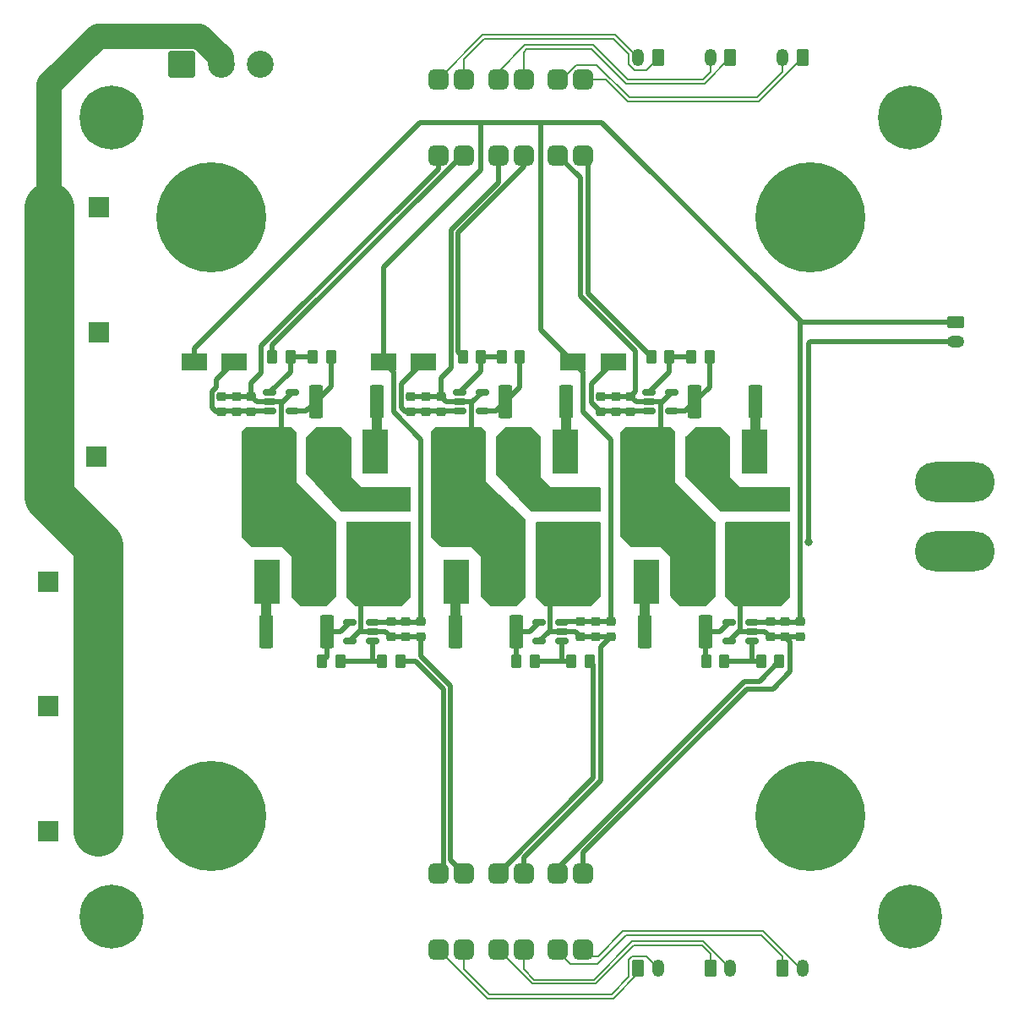
<source format=gbr>
G04 #@! TF.GenerationSoftware,KiCad,Pcbnew,(6.0.10)*
G04 #@! TF.CreationDate,2023-01-16T22:36:06-05:00*
G04 #@! TF.ProjectId,Three-Half-Bridges,54687265-652d-4486-916c-662d42726964,rev?*
G04 #@! TF.SameCoordinates,Original*
G04 #@! TF.FileFunction,Copper,L2,Bot*
G04 #@! TF.FilePolarity,Positive*
%FSLAX46Y46*%
G04 Gerber Fmt 4.6, Leading zero omitted, Abs format (unit mm)*
G04 Created by KiCad (PCBNEW (6.0.10)) date 2023-01-16 22:36:06*
%MOMM*%
%LPD*%
G01*
G04 APERTURE LIST*
G04 Aperture macros list*
%AMRoundRect*
0 Rectangle with rounded corners*
0 $1 Rounding radius*
0 $2 $3 $4 $5 $6 $7 $8 $9 X,Y pos of 4 corners*
0 Add a 4 corners polygon primitive as box body*
4,1,4,$2,$3,$4,$5,$6,$7,$8,$9,$2,$3,0*
0 Add four circle primitives for the rounded corners*
1,1,$1+$1,$2,$3*
1,1,$1+$1,$4,$5*
1,1,$1+$1,$6,$7*
1,1,$1+$1,$8,$9*
0 Add four rect primitives between the rounded corners*
20,1,$1+$1,$2,$3,$4,$5,0*
20,1,$1+$1,$4,$5,$6,$7,0*
20,1,$1+$1,$6,$7,$8,$9,0*
20,1,$1+$1,$8,$9,$2,$3,0*%
G04 Aperture macros list end*
G04 #@! TA.AperFunction,ComponentPad*
%ADD10C,0.800000*%
G04 #@! TD*
G04 #@! TA.AperFunction,ComponentPad*
%ADD11C,6.400000*%
G04 #@! TD*
G04 #@! TA.AperFunction,ComponentPad*
%ADD12R,2.000000X2.000000*%
G04 #@! TD*
G04 #@! TA.AperFunction,ComponentPad*
%ADD13C,2.000000*%
G04 #@! TD*
G04 #@! TA.AperFunction,ComponentPad*
%ADD14RoundRect,0.250000X-0.625000X0.350000X-0.625000X-0.350000X0.625000X-0.350000X0.625000X0.350000X0*%
G04 #@! TD*
G04 #@! TA.AperFunction,ComponentPad*
%ADD15O,1.750000X1.200000*%
G04 #@! TD*
G04 #@! TA.AperFunction,ComponentPad*
%ADD16RoundRect,0.250000X0.350000X0.625000X-0.350000X0.625000X-0.350000X-0.625000X0.350000X-0.625000X0*%
G04 #@! TD*
G04 #@! TA.AperFunction,ComponentPad*
%ADD17O,1.200000X1.750000*%
G04 #@! TD*
G04 #@! TA.AperFunction,ComponentPad*
%ADD18RoundRect,0.250000X-0.350000X-0.625000X0.350000X-0.625000X0.350000X0.625000X-0.350000X0.625000X0*%
G04 #@! TD*
G04 #@! TA.AperFunction,ComponentPad*
%ADD19RoundRect,0.250001X-1.099999X-1.099999X1.099999X-1.099999X1.099999X1.099999X-1.099999X1.099999X0*%
G04 #@! TD*
G04 #@! TA.AperFunction,ComponentPad*
%ADD20C,2.700000*%
G04 #@! TD*
G04 #@! TA.AperFunction,ComponentPad*
%ADD21R,2.500000X4.500000*%
G04 #@! TD*
G04 #@! TA.AperFunction,ComponentPad*
%ADD22O,2.500000X4.500000*%
G04 #@! TD*
G04 #@! TA.AperFunction,ComponentPad*
%ADD23C,0.900000*%
G04 #@! TD*
G04 #@! TA.AperFunction,ComponentPad*
%ADD24C,11.000000*%
G04 #@! TD*
G04 #@! TA.AperFunction,SMDPad,CuDef*
%ADD25RoundRect,0.250000X0.262500X0.450000X-0.262500X0.450000X-0.262500X-0.450000X0.262500X-0.450000X0*%
G04 #@! TD*
G04 #@! TA.AperFunction,SMDPad,CuDef*
%ADD26RoundRect,0.150000X-0.512500X-0.150000X0.512500X-0.150000X0.512500X0.150000X-0.512500X0.150000X0*%
G04 #@! TD*
G04 #@! TA.AperFunction,SMDPad,CuDef*
%ADD27RoundRect,0.250000X-0.262500X-0.450000X0.262500X-0.450000X0.262500X0.450000X-0.262500X0.450000X0*%
G04 #@! TD*
G04 #@! TA.AperFunction,SMDPad,CuDef*
%ADD28RoundRect,0.225000X0.250000X-0.225000X0.250000X0.225000X-0.250000X0.225000X-0.250000X-0.225000X0*%
G04 #@! TD*
G04 #@! TA.AperFunction,ComponentPad*
%ADD29O,8.000000X4.000000*%
G04 #@! TD*
G04 #@! TA.AperFunction,SMDPad,CuDef*
%ADD30RoundRect,0.500000X-0.500000X0.500000X-0.500000X-0.500000X0.500000X-0.500000X0.500000X0.500000X0*%
G04 #@! TD*
G04 #@! TA.AperFunction,SMDPad,CuDef*
%ADD31RoundRect,0.225000X-0.250000X0.225000X-0.250000X-0.225000X0.250000X-0.225000X0.250000X0.225000X0*%
G04 #@! TD*
G04 #@! TA.AperFunction,SMDPad,CuDef*
%ADD32RoundRect,0.150000X0.512500X0.150000X-0.512500X0.150000X-0.512500X-0.150000X0.512500X-0.150000X0*%
G04 #@! TD*
G04 #@! TA.AperFunction,SMDPad,CuDef*
%ADD33R,2.500000X1.800000*%
G04 #@! TD*
G04 #@! TA.AperFunction,SMDPad,CuDef*
%ADD34RoundRect,0.500000X0.500000X-0.500000X0.500000X0.500000X-0.500000X0.500000X-0.500000X-0.500000X0*%
G04 #@! TD*
G04 #@! TA.AperFunction,SMDPad,CuDef*
%ADD35RoundRect,0.249999X0.450001X1.425001X-0.450001X1.425001X-0.450001X-1.425001X0.450001X-1.425001X0*%
G04 #@! TD*
G04 #@! TA.AperFunction,SMDPad,CuDef*
%ADD36RoundRect,0.249999X-0.450001X-1.425001X0.450001X-1.425001X0.450001X1.425001X-0.450001X1.425001X0*%
G04 #@! TD*
G04 #@! TA.AperFunction,SMDPad,CuDef*
%ADD37RoundRect,0.250000X1.100000X-0.325000X1.100000X0.325000X-1.100000X0.325000X-1.100000X-0.325000X0*%
G04 #@! TD*
G04 #@! TA.AperFunction,ViaPad*
%ADD38C,0.800000*%
G04 #@! TD*
G04 #@! TA.AperFunction,Conductor*
%ADD39C,0.500000*%
G04 #@! TD*
G04 #@! TA.AperFunction,Conductor*
%ADD40C,2.500000*%
G04 #@! TD*
G04 #@! TA.AperFunction,Conductor*
%ADD41C,5.000000*%
G04 #@! TD*
G04 #@! TA.AperFunction,Conductor*
%ADD42C,1.000000*%
G04 #@! TD*
G04 #@! TA.AperFunction,Conductor*
%ADD43C,0.200000*%
G04 #@! TD*
G04 APERTURE END LIST*
D10*
X109400000Y-58000000D03*
X104600000Y-58000000D03*
D11*
X107000000Y-58000000D03*
D10*
X108697056Y-56302944D03*
X107000000Y-60400000D03*
X105302944Y-56302944D03*
X107000000Y-55600000D03*
X108697056Y-59697056D03*
X105302944Y-59697056D03*
X107000000Y-135600000D03*
X109400000Y-138000000D03*
X105302944Y-136302944D03*
X108697056Y-136302944D03*
X105302944Y-139697056D03*
D11*
X107000000Y-138000000D03*
D10*
X107000000Y-140400000D03*
X108697056Y-139697056D03*
X104600000Y-138000000D03*
X189400000Y-138000000D03*
X187000000Y-135600000D03*
X185302944Y-139697056D03*
X188697056Y-136302944D03*
X188697056Y-139697056D03*
X187000000Y-140400000D03*
X184600000Y-138000000D03*
D11*
X187000000Y-138000000D03*
D10*
X185302944Y-136302944D03*
X187000000Y-55600000D03*
X188697056Y-59697056D03*
X187000000Y-60400000D03*
X185302944Y-56302944D03*
X185302944Y-59697056D03*
X189400000Y-58000000D03*
D11*
X187000000Y-58000000D03*
D10*
X184600000Y-58000000D03*
X188697056Y-56302944D03*
D12*
X105500000Y-92000000D03*
D13*
X100500000Y-92000000D03*
D14*
X191550000Y-78500000D03*
D15*
X191550000Y-80500000D03*
D12*
X100632323Y-129500000D03*
D13*
X105632323Y-129500000D03*
D16*
X169000000Y-52050000D03*
D17*
X167000000Y-52050000D03*
D18*
X167000000Y-143200000D03*
D17*
X169000000Y-143200000D03*
D19*
X114012500Y-52700000D03*
D20*
X117972500Y-52700000D03*
X121932500Y-52700000D03*
D21*
X152450000Y-91500000D03*
D22*
X147000000Y-91500000D03*
X141550000Y-91500000D03*
D12*
X100632323Y-117000000D03*
D13*
X105632323Y-117000000D03*
D16*
X176250000Y-52000000D03*
D17*
X174250000Y-52000000D03*
D12*
X105750000Y-79500000D03*
D13*
X100750000Y-79500000D03*
D21*
X171450000Y-91500000D03*
D22*
X166000000Y-91500000D03*
X160550000Y-91500000D03*
D18*
X174250000Y-143200000D03*
D17*
X176250000Y-143200000D03*
D12*
X105750000Y-67000000D03*
D13*
X100750000Y-67000000D03*
D18*
X159750000Y-143200000D03*
D17*
X161750000Y-143200000D03*
D21*
X160550000Y-104500000D03*
D22*
X166000000Y-104500000D03*
X171450000Y-104500000D03*
D21*
X141550000Y-104500000D03*
D22*
X147000000Y-104500000D03*
X152450000Y-104500000D03*
D16*
X161750000Y-52050000D03*
D17*
X159750000Y-52050000D03*
D12*
X100632323Y-104500000D03*
D13*
X105632323Y-104500000D03*
D21*
X133450000Y-91500000D03*
D22*
X128000000Y-91500000D03*
X122550000Y-91500000D03*
D21*
X122550000Y-104500000D03*
D22*
X128000000Y-104500000D03*
X133450000Y-104500000D03*
D23*
X117000000Y-72125000D03*
X121125000Y-68000000D03*
X119926815Y-70926815D03*
X114073185Y-65073185D03*
D24*
X117000000Y-68000000D03*
D23*
X117000000Y-63875000D03*
X119926815Y-65073185D03*
X112875000Y-68000000D03*
X114073185Y-70926815D03*
X177000000Y-123875000D03*
X174073185Y-130926815D03*
D24*
X177000000Y-128000000D03*
D23*
X179926815Y-125073185D03*
X172875000Y-128000000D03*
X174073185Y-125073185D03*
X177000000Y-132125000D03*
X179926815Y-130926815D03*
X181125000Y-128000000D03*
X179926815Y-65073185D03*
D24*
X177000000Y-68000000D03*
D23*
X177000000Y-63875000D03*
X174073185Y-65073185D03*
X181125000Y-68000000D03*
X174073185Y-70926815D03*
X172875000Y-68000000D03*
X179926815Y-70926815D03*
X177000000Y-72125000D03*
X114073185Y-125073185D03*
X119926815Y-130926815D03*
D24*
X117000000Y-128000000D03*
D23*
X121125000Y-128000000D03*
X119926815Y-125073185D03*
X114073185Y-130926815D03*
X117000000Y-132125000D03*
X112875000Y-128000000D03*
X117000000Y-123875000D03*
D25*
X162912500Y-82000000D03*
X161087500Y-82000000D03*
D26*
X160862500Y-87450000D03*
X160862500Y-86500000D03*
X160862500Y-85550000D03*
X163137500Y-85550000D03*
X163137500Y-87450000D03*
D27*
X172087500Y-112500000D03*
X173912500Y-112500000D03*
D28*
X135000000Y-110050000D03*
X135000000Y-108500000D03*
X154000000Y-110050000D03*
X154000000Y-108500000D03*
D27*
X166587500Y-112500000D03*
X168412500Y-112500000D03*
X147587500Y-112500000D03*
X149412500Y-112500000D03*
D28*
X155500000Y-110050000D03*
X155500000Y-108500000D03*
D25*
X166912500Y-82000000D03*
X165087500Y-82000000D03*
D29*
X143000000Y-98000000D03*
D30*
X145730000Y-54190000D03*
X148270000Y-54190000D03*
X148270000Y-61810000D03*
X145730000Y-61810000D03*
D25*
X144000000Y-82000000D03*
X142175000Y-82000000D03*
D29*
X191500000Y-94500000D03*
D31*
X159000000Y-85950000D03*
X159000000Y-87500000D03*
D29*
X124000000Y-98000000D03*
D28*
X173000000Y-110050000D03*
X173000000Y-108500000D03*
D32*
X171137500Y-108550000D03*
X171137500Y-109500000D03*
X171137500Y-110450000D03*
X168862500Y-110450000D03*
X168862500Y-108550000D03*
D33*
X138250000Y-82500000D03*
X134250000Y-82500000D03*
D34*
X142270000Y-141310000D03*
X139730000Y-141310000D03*
X139730000Y-133690000D03*
X142270000Y-133690000D03*
X154270000Y-141310000D03*
X151730000Y-141310000D03*
X151730000Y-133690000D03*
X154270000Y-133690000D03*
D35*
X133550000Y-86500000D03*
X127450000Y-86500000D03*
D28*
X138000000Y-110050000D03*
X138000000Y-108500000D03*
D36*
X122450000Y-109500000D03*
X128550000Y-109500000D03*
D27*
X153087500Y-112500000D03*
X154912500Y-112500000D03*
D31*
X119500000Y-85950000D03*
X119500000Y-87500000D03*
D30*
X139730000Y-54190000D03*
X142270000Y-54190000D03*
X142270000Y-61810000D03*
X139730000Y-61810000D03*
D28*
X174500000Y-110050000D03*
X174500000Y-108500000D03*
D35*
X152550000Y-86500000D03*
X146450000Y-86500000D03*
D28*
X136500000Y-110050000D03*
X136500000Y-108500000D03*
D33*
X119250000Y-82500000D03*
X115250000Y-82500000D03*
D27*
X128087500Y-112500000D03*
X129912500Y-112500000D03*
D32*
X152137500Y-108550000D03*
X152137500Y-109500000D03*
X152137500Y-110450000D03*
X149862500Y-110450000D03*
X149862500Y-108550000D03*
D31*
X137000000Y-85950000D03*
X137000000Y-87500000D03*
D29*
X191500000Y-101500000D03*
D26*
X141862500Y-87450000D03*
X141862500Y-86500000D03*
X141862500Y-85550000D03*
X144137500Y-85550000D03*
X144137500Y-87450000D03*
D37*
X132000000Y-99475000D03*
X132000000Y-96525000D03*
X170000000Y-99475000D03*
X170000000Y-96525000D03*
D34*
X148270000Y-141310000D03*
X145730000Y-141310000D03*
X145730000Y-133690000D03*
X148270000Y-133690000D03*
D31*
X140000000Y-85950000D03*
X140000000Y-87500000D03*
D29*
X162000000Y-98000000D03*
D26*
X122862500Y-87450000D03*
X122862500Y-86500000D03*
X122862500Y-85550000D03*
X125137500Y-85550000D03*
X125137500Y-87450000D03*
D31*
X121000000Y-85950000D03*
X121000000Y-87500000D03*
X138500000Y-85950000D03*
X138500000Y-87500000D03*
X118000000Y-85950000D03*
X118000000Y-87500000D03*
D25*
X147912500Y-82000000D03*
X146087500Y-82000000D03*
D33*
X157250000Y-82500000D03*
X153250000Y-82500000D03*
D28*
X157000000Y-110050000D03*
X157000000Y-108500000D03*
D31*
X157500000Y-85950000D03*
X157500000Y-87500000D03*
D35*
X171550000Y-86500000D03*
X165450000Y-86500000D03*
D28*
X176000000Y-110050000D03*
X176000000Y-108500000D03*
D25*
X124912500Y-82000000D03*
X123087500Y-82000000D03*
D32*
X133137500Y-108550000D03*
X133137500Y-109500000D03*
X133137500Y-110450000D03*
X130862500Y-110450000D03*
X130862500Y-108550000D03*
D27*
X134087500Y-112500000D03*
X135912500Y-112500000D03*
D30*
X151730000Y-54190000D03*
X154270000Y-54190000D03*
X154270000Y-61810000D03*
X151730000Y-61810000D03*
D36*
X141450000Y-109500000D03*
X147550000Y-109500000D03*
D31*
X156000000Y-85950000D03*
X156000000Y-87500000D03*
D37*
X151000000Y-99475000D03*
X151000000Y-96525000D03*
D25*
X129000000Y-82000000D03*
X127175000Y-82000000D03*
D36*
X160450000Y-109500000D03*
X166550000Y-109500000D03*
D38*
X174000000Y-102000000D03*
X150500000Y-103000000D03*
X154000000Y-102000000D03*
X135500000Y-101000000D03*
X174500000Y-103000000D03*
X169000000Y-101000000D03*
X155500000Y-103000000D03*
X136000000Y-102000000D03*
X151000000Y-101000000D03*
X173000000Y-102000000D03*
X154500000Y-103000000D03*
X134500000Y-101000000D03*
X174500000Y-101000000D03*
X152000000Y-101000000D03*
X131000000Y-101000000D03*
X169500000Y-103000000D03*
X169000000Y-102000000D03*
X132000000Y-101000000D03*
X136500000Y-101000000D03*
X131500000Y-103000000D03*
X132000000Y-102000000D03*
X150000000Y-101000000D03*
X135000000Y-102000000D03*
X136500000Y-103000000D03*
X154500000Y-101000000D03*
X133000000Y-101000000D03*
X173500000Y-101000000D03*
X171000000Y-101000000D03*
X170000000Y-102000000D03*
X176849500Y-100500000D03*
X131000000Y-102000000D03*
X151000000Y-102000000D03*
X153500000Y-101000000D03*
X150000000Y-102000000D03*
X135500000Y-103000000D03*
X155000000Y-102000000D03*
X155500000Y-101000000D03*
X170000000Y-101000000D03*
X172500000Y-101000000D03*
X173500000Y-103000000D03*
X130500000Y-91500000D03*
X133000000Y-95500000D03*
X168500000Y-91500000D03*
X173500000Y-95500000D03*
X149500000Y-93500000D03*
X149500000Y-92500000D03*
X174500000Y-95500000D03*
X130500000Y-90500000D03*
X155500000Y-95500000D03*
X172500000Y-95500000D03*
X150000000Y-95500000D03*
X134500000Y-95500000D03*
X168500000Y-93500000D03*
X135500000Y-95500000D03*
X169000000Y-95500000D03*
X168500000Y-90500000D03*
X132000000Y-95500000D03*
X154500000Y-95500000D03*
X153500000Y-95500000D03*
X136500000Y-95500000D03*
X131000000Y-95500000D03*
X170000000Y-95500000D03*
X152000000Y-95500000D03*
X168500000Y-92500000D03*
X130500000Y-92500000D03*
X130500000Y-93500000D03*
X151000000Y-95500000D03*
X171000000Y-95500000D03*
X149500000Y-90500000D03*
X149500000Y-91500000D03*
D39*
X133137500Y-109500000D02*
X134450000Y-109500000D01*
X138000000Y-110050000D02*
X138000000Y-112000000D01*
X169812500Y-109500000D02*
X171137500Y-109500000D01*
X156000000Y-111050000D02*
X157000000Y-110050000D01*
X168862500Y-110450000D02*
X169812500Y-109500000D01*
X138000000Y-112000000D02*
X140929520Y-114929520D01*
X150974520Y-105975480D02*
X152450000Y-104500000D01*
D40*
X115816463Y-49900480D02*
X105599520Y-49900480D01*
D39*
X131974520Y-109337980D02*
X131974520Y-105975480D01*
X150812500Y-109500000D02*
X150974520Y-109337980D01*
X169974520Y-105975480D02*
X171450000Y-104500000D01*
X176849500Y-80650500D02*
X176849500Y-100500000D01*
X134450000Y-109500000D02*
X135000000Y-110050000D01*
D40*
X100750000Y-54750000D02*
X100750000Y-67000000D01*
D39*
X150974520Y-109337980D02*
X150974520Y-105975480D01*
X154270000Y-131639270D02*
X170659270Y-115250000D01*
X131812500Y-109500000D02*
X133137500Y-109500000D01*
X131974520Y-105975480D02*
X133450000Y-104500000D01*
X157000000Y-110050000D02*
X154000000Y-110050000D01*
X172450000Y-109500000D02*
X173000000Y-110050000D01*
X173250000Y-115250000D02*
X175000000Y-113500000D01*
X170659270Y-115250000D02*
X173250000Y-115250000D01*
X148270000Y-132139270D02*
X156000000Y-124409270D01*
D41*
X105632323Y-100882323D02*
X105632323Y-104500000D01*
D40*
X105599520Y-49900480D02*
X100750000Y-54750000D01*
D39*
X156000000Y-124409270D02*
X156000000Y-111050000D01*
X149862500Y-110450000D02*
X150812500Y-109500000D01*
X131812500Y-109500000D02*
X131974520Y-109337980D01*
X173000000Y-110050000D02*
X176000000Y-110050000D01*
X191550000Y-80500000D02*
X177000000Y-80500000D01*
X154270000Y-133690000D02*
X154270000Y-131639270D01*
X175000000Y-110550000D02*
X174500000Y-110050000D01*
X140929520Y-114929520D02*
X140929520Y-132349520D01*
X152137500Y-109500000D02*
X153450000Y-109500000D01*
D41*
X100750000Y-96000000D02*
X105632323Y-100882323D01*
D39*
X174500000Y-110050000D02*
X176000000Y-110050000D01*
X150812500Y-109500000D02*
X152137500Y-109500000D01*
D40*
X117972500Y-52056517D02*
X115816463Y-49900480D01*
D39*
X135000000Y-110050000D02*
X138000000Y-110050000D01*
D40*
X117972500Y-52700000D02*
X117972500Y-52056517D01*
D39*
X169974520Y-109337980D02*
X169974520Y-105975480D01*
X177000000Y-80500000D02*
X176849500Y-80650500D01*
X175000000Y-113500000D02*
X175000000Y-110550000D01*
X153450000Y-109500000D02*
X154000000Y-110050000D01*
X140929520Y-132349520D02*
X142270000Y-133690000D01*
X148270000Y-133690000D02*
X148270000Y-132139270D01*
X169812500Y-109500000D02*
X169974520Y-109337980D01*
X171137500Y-109500000D02*
X172450000Y-109500000D01*
D41*
X100750000Y-67000000D02*
X100750000Y-96000000D01*
X105632323Y-104500000D02*
X105632323Y-129500000D01*
D39*
X130862500Y-110450000D02*
X131812500Y-109500000D01*
X134250000Y-82500000D02*
X135250000Y-83500000D01*
X150000000Y-58500000D02*
X150000000Y-79250000D01*
X176112015Y-78500000D02*
X176000000Y-78387985D01*
X135250000Y-83500000D02*
X135250000Y-87500000D01*
X152187500Y-108500000D02*
X152137500Y-108550000D01*
X144000000Y-58500000D02*
X137887985Y-58500000D01*
X157000000Y-90250000D02*
X157000000Y-108500000D01*
X144000000Y-63250000D02*
X134250000Y-73000000D01*
X144000000Y-58500000D02*
X144000000Y-63250000D01*
X156112015Y-58500000D02*
X150000000Y-58500000D01*
X150000000Y-58500000D02*
X144000000Y-58500000D01*
X175950000Y-108550000D02*
X176000000Y-108500000D01*
X135250000Y-87500000D02*
X138000000Y-90250000D01*
X157000000Y-108500000D02*
X152187500Y-108500000D01*
X137950000Y-108550000D02*
X138000000Y-108500000D01*
X154250000Y-83500000D02*
X154250000Y-87500000D01*
X191550000Y-78500000D02*
X176112015Y-78500000D01*
X150000000Y-79250000D02*
X153250000Y-82500000D01*
X176000000Y-78387985D02*
X156112015Y-58500000D01*
X154250000Y-87500000D02*
X157000000Y-90250000D01*
X133137500Y-108550000D02*
X137950000Y-108550000D01*
X138000000Y-90250000D02*
X138000000Y-108500000D01*
X153250000Y-82500000D02*
X154250000Y-83500000D01*
X176000000Y-108500000D02*
X176000000Y-78387985D01*
X137887985Y-58500000D02*
X115250000Y-81137985D01*
X171137500Y-108550000D02*
X175950000Y-108550000D01*
X134250000Y-73000000D02*
X134250000Y-82500000D01*
X115250000Y-81137985D02*
X115250000Y-82500000D01*
X124025480Y-90024520D02*
X122550000Y-91500000D01*
X122862500Y-86500000D02*
X124187500Y-86500000D01*
X121000000Y-84576076D02*
X121000000Y-85950000D01*
X139730000Y-63162015D02*
X122000000Y-80892015D01*
X139730000Y-61810000D02*
X139730000Y-63162015D01*
X124025480Y-86662020D02*
X124025480Y-90024520D01*
X118000000Y-85950000D02*
X121000000Y-85950000D01*
X121550000Y-86500000D02*
X122862500Y-86500000D01*
X124187500Y-86500000D02*
X125137500Y-85550000D01*
X122000000Y-80892015D02*
X122000000Y-83576076D01*
X124187500Y-86500000D02*
X124025480Y-86662020D01*
X122000000Y-83576076D02*
X121000000Y-84576076D01*
X121000000Y-85950000D02*
X121550000Y-86500000D01*
D42*
X133550000Y-91400000D02*
X133450000Y-91500000D01*
X133550000Y-86500000D02*
X133550000Y-91400000D01*
X122450000Y-109500000D02*
X122450000Y-104600000D01*
X122450000Y-104600000D02*
X122550000Y-104500000D01*
X141450000Y-109500000D02*
X141450000Y-104600000D01*
X141450000Y-104600000D02*
X141550000Y-104500000D01*
X152550000Y-86500000D02*
X152550000Y-91400000D01*
X152550000Y-91400000D02*
X152450000Y-91500000D01*
X171550000Y-91400000D02*
X171450000Y-91500000D01*
X171550000Y-86500000D02*
X171550000Y-91400000D01*
D39*
X145730000Y-64520000D02*
X141000000Y-69250000D01*
X143187500Y-86500000D02*
X143025480Y-86662020D01*
X145730000Y-61810000D02*
X145730000Y-64520000D01*
X141000000Y-83076076D02*
X140000000Y-84076076D01*
X143025480Y-90024520D02*
X141550000Y-91500000D01*
X143187500Y-86500000D02*
X141862500Y-86500000D01*
X141000000Y-69250000D02*
X141000000Y-83076076D01*
X143025480Y-86662020D02*
X143025480Y-90024520D01*
X140550000Y-86500000D02*
X140000000Y-85950000D01*
X140000000Y-84076076D02*
X140000000Y-85950000D01*
X141862500Y-86500000D02*
X140550000Y-86500000D01*
X144137500Y-85550000D02*
X143187500Y-86500000D01*
X137000000Y-85950000D02*
X140000000Y-85950000D01*
X154000000Y-75901770D02*
X159500000Y-81401770D01*
X162187500Y-86500000D02*
X162025480Y-86662020D01*
X159550000Y-86500000D02*
X159000000Y-85950000D01*
X159500000Y-85450000D02*
X159000000Y-85950000D01*
X160862500Y-86500000D02*
X159550000Y-86500000D01*
X154000000Y-64080000D02*
X154000000Y-75901770D01*
X159000000Y-85950000D02*
X156000000Y-85950000D01*
X162187500Y-86500000D02*
X160862500Y-86500000D01*
X159500000Y-81401770D02*
X159500000Y-85450000D01*
X162025480Y-86662020D02*
X162025480Y-90024520D01*
X162025480Y-90024520D02*
X160550000Y-91500000D01*
X151730000Y-61810000D02*
X154000000Y-64080000D01*
X163137500Y-85550000D02*
X162187500Y-86500000D01*
D42*
X160450000Y-104600000D02*
X160550000Y-104500000D01*
X160450000Y-109500000D02*
X160450000Y-104600000D01*
D39*
X124912500Y-82000000D02*
X124912500Y-83500000D01*
X124912500Y-82000000D02*
X127175000Y-82000000D01*
X124912500Y-83500000D02*
X122862500Y-85550000D01*
X129000000Y-84950000D02*
X127450000Y-86500000D01*
X125137500Y-87450000D02*
X126500000Y-87450000D01*
X129000000Y-82000000D02*
X129000000Y-84950000D01*
X126500000Y-87450000D02*
X127450000Y-86500000D01*
X147912500Y-85037500D02*
X146450000Y-86500000D01*
X145500000Y-87450000D02*
X146450000Y-86500000D01*
X147912500Y-82000000D02*
X147912500Y-85037500D01*
X144137500Y-87450000D02*
X145500000Y-87450000D01*
X149412500Y-112500000D02*
X152000000Y-112500000D01*
X152137500Y-110450000D02*
X152137500Y-112362500D01*
X152137500Y-112362500D02*
X152000000Y-112500000D01*
X152000000Y-112500000D02*
X153087500Y-112500000D01*
X155250000Y-112837500D02*
X154912500Y-112500000D01*
X145730000Y-133690000D02*
X155250000Y-124170000D01*
X155250000Y-124170000D02*
X155250000Y-112837500D01*
X147550000Y-109500000D02*
X148912500Y-109500000D01*
X148912500Y-109500000D02*
X149862500Y-108550000D01*
X147550000Y-112462500D02*
X147587500Y-112500000D01*
X147550000Y-109500000D02*
X147550000Y-112462500D01*
X166550000Y-109500000D02*
X167912500Y-109500000D01*
X167912500Y-109500000D02*
X168862500Y-108550000D01*
X166550000Y-112462500D02*
X166587500Y-112500000D01*
X166550000Y-109500000D02*
X166550000Y-112462500D01*
D43*
X159402887Y-53250000D02*
X158850480Y-52697593D01*
X158850480Y-52697593D02*
X158850480Y-51715486D01*
X161750000Y-52050000D02*
X160550000Y-53250000D01*
X157284514Y-50149520D02*
X144350480Y-50149520D01*
X144350480Y-50149520D02*
X142270000Y-52230000D01*
X160550000Y-53250000D02*
X159402887Y-53250000D01*
X158850480Y-51715486D02*
X157284514Y-50149520D01*
X142270000Y-52230000D02*
X142270000Y-54190000D01*
X157450000Y-49750000D02*
X144170000Y-49750000D01*
X144170000Y-49750000D02*
X139730000Y-54190000D01*
X159750000Y-52050000D02*
X157450000Y-49750000D01*
X144670000Y-146250000D02*
X139730000Y-141310000D01*
X159750000Y-143200000D02*
X159750000Y-143750000D01*
X159750000Y-143750000D02*
X157250000Y-146250000D01*
X157250000Y-146250000D02*
X144670000Y-146250000D01*
X158850480Y-144084514D02*
X157084514Y-145850480D01*
X142270000Y-143270000D02*
X142270000Y-141310000D01*
X161750000Y-143200000D02*
X160575480Y-142025480D01*
X159172382Y-142025480D02*
X158850480Y-142347382D01*
X144850480Y-145850480D02*
X142270000Y-143270000D01*
X157084514Y-145850480D02*
X144850480Y-145850480D01*
X160575480Y-142025480D02*
X159172382Y-142025480D01*
X158850480Y-142347382D02*
X158850480Y-144084514D01*
X166400480Y-54649520D02*
X169000000Y-52050000D01*
X148270000Y-51480000D02*
X148600480Y-51149520D01*
X148600480Y-51149520D02*
X155084514Y-51149520D01*
X158584513Y-54649519D02*
X166400480Y-54649520D01*
X148270000Y-54190000D02*
X148270000Y-51480000D01*
X155084514Y-51149520D02*
X158584513Y-54649519D01*
X166234994Y-54250000D02*
X158750000Y-54250000D01*
X145730000Y-53454994D02*
X145730000Y-54190000D01*
X158750000Y-54250000D02*
X155250000Y-50750000D01*
X148434994Y-50750000D02*
X145730000Y-53454994D01*
X167000000Y-52050000D02*
X167000000Y-53484994D01*
X155250000Y-50750000D02*
X148434994Y-50750000D01*
X167000000Y-53484994D02*
X166234994Y-54250000D01*
X145730000Y-141310000D02*
X149170000Y-144750000D01*
X166134514Y-140899520D02*
X167000000Y-141765006D01*
X167000000Y-141765006D02*
X167000000Y-143200000D01*
X159350480Y-140899520D02*
X166134514Y-140899520D01*
X155500000Y-144750000D02*
X159350480Y-140899520D01*
X149170000Y-144750000D02*
X155500000Y-144750000D01*
X148270000Y-143270000D02*
X148270000Y-141310000D01*
X169000000Y-143200000D02*
X166300000Y-140500000D01*
X159184994Y-140500000D02*
X155334514Y-144350480D01*
X149350480Y-144350480D02*
X148270000Y-143270000D01*
X166300000Y-140500000D02*
X159184994Y-140500000D01*
X155334514Y-144350480D02*
X149350480Y-144350480D01*
X156494982Y-54190000D02*
X158704500Y-56399518D01*
X154270000Y-54190000D02*
X156494982Y-54190000D01*
X158704500Y-56399518D02*
X171850481Y-56399519D01*
X171850481Y-56399519D02*
X176250000Y-52000000D01*
X158869987Y-55999999D02*
X155619988Y-52750000D01*
X174250000Y-52000000D02*
X174250000Y-53434994D01*
X171684995Y-55999999D02*
X158869987Y-55999999D01*
X152085000Y-54190000D02*
X151730000Y-54190000D01*
X174250000Y-53434994D02*
X171684995Y-55999999D01*
X153525000Y-52750000D02*
X152085000Y-54190000D01*
X155619988Y-52750000D02*
X153525000Y-52750000D01*
X151730000Y-141310000D02*
X151730000Y-141480000D01*
X151730000Y-141480000D02*
X153000000Y-142750000D01*
X158535474Y-139899520D02*
X172136652Y-139899520D01*
X172136652Y-139899520D02*
X174250000Y-142012868D01*
X153000000Y-142750000D02*
X155684994Y-142750000D01*
X174250000Y-142012868D02*
X174250000Y-143200000D01*
X155684994Y-142750000D02*
X158535474Y-139899520D01*
X176250000Y-143200000D02*
X176002138Y-143200000D01*
X154960000Y-142000000D02*
X154270000Y-141310000D01*
X176002138Y-143200000D02*
X172302138Y-139500000D01*
X158250000Y-139500000D02*
X155750000Y-142000000D01*
X155750000Y-142000000D02*
X154960000Y-142000000D01*
X172302138Y-139500000D02*
X158250000Y-139500000D01*
D39*
X118050000Y-87450000D02*
X118000000Y-87500000D01*
X117075480Y-85445605D02*
X117075480Y-87075480D01*
X117075480Y-87075480D02*
X117500000Y-87500000D01*
X117470605Y-85050480D02*
X117075480Y-85445605D01*
X122862500Y-87450000D02*
X118050000Y-87450000D01*
X117500000Y-87500000D02*
X118000000Y-87500000D01*
X119250000Y-82500000D02*
X117470605Y-84279395D01*
X117470605Y-84279395D02*
X117470605Y-85050480D01*
X137000000Y-87500000D02*
X136500000Y-87500000D01*
X136075480Y-87075480D02*
X136075480Y-84674520D01*
X136075480Y-84674520D02*
X138250000Y-82500000D01*
X136500000Y-87500000D02*
X136075480Y-87075480D01*
X137050000Y-87450000D02*
X137000000Y-87500000D01*
X141862500Y-87450000D02*
X137050000Y-87450000D01*
X156050000Y-87450000D02*
X156000000Y-87500000D01*
X155075480Y-86575480D02*
X155075480Y-84674520D01*
X160862500Y-87450000D02*
X156050000Y-87450000D01*
X156000000Y-87500000D02*
X155075480Y-86575480D01*
X155075480Y-84674520D02*
X157250000Y-82500000D01*
X142270000Y-61810000D02*
X142105000Y-61810000D01*
X142105000Y-61810000D02*
X123087500Y-80827500D01*
X123087500Y-80827500D02*
X123087500Y-82000000D01*
X140230000Y-133190000D02*
X140230000Y-115230000D01*
X137500000Y-112500000D02*
X135912500Y-112500000D01*
X139730000Y-133690000D02*
X140230000Y-133190000D01*
X140230000Y-115230000D02*
X137500000Y-112500000D01*
X133137500Y-110450000D02*
X133137500Y-112362500D01*
X133000000Y-112500000D02*
X134087500Y-112500000D01*
X129912500Y-112500000D02*
X133000000Y-112500000D01*
X133137500Y-112362500D02*
X133000000Y-112500000D01*
X129912500Y-109500000D02*
X130862500Y-108550000D01*
X128550000Y-112037500D02*
X128087500Y-112500000D01*
X128550000Y-109500000D02*
X129912500Y-109500000D01*
X128550000Y-109500000D02*
X128550000Y-112037500D01*
X144000000Y-82000000D02*
X144000000Y-83412500D01*
X144000000Y-82000000D02*
X146087500Y-82000000D01*
X144000000Y-83412500D02*
X141862500Y-85550000D01*
X141699520Y-69550480D02*
X141699520Y-81524520D01*
X148270000Y-61810000D02*
X148270000Y-62980000D01*
X148270000Y-62980000D02*
X141699520Y-69550480D01*
X141699520Y-81524520D02*
X142175000Y-82000000D01*
X154750000Y-75662500D02*
X161087500Y-82000000D01*
X154750000Y-62290000D02*
X154750000Y-75662500D01*
X154270000Y-61810000D02*
X154750000Y-62290000D01*
X162912500Y-82000000D02*
X162912500Y-83500000D01*
X165087500Y-82000000D02*
X162912500Y-82000000D01*
X162912500Y-83500000D02*
X160862500Y-85550000D01*
X163137500Y-87450000D02*
X164500000Y-87450000D01*
X166912500Y-85037500D02*
X165450000Y-86500000D01*
X166912500Y-82000000D02*
X166912500Y-85037500D01*
X164500000Y-87450000D02*
X165450000Y-86500000D01*
X171137500Y-110450000D02*
X171137500Y-112362500D01*
X171000000Y-112500000D02*
X172087500Y-112500000D01*
X168412500Y-112500000D02*
X171000000Y-112500000D01*
X171137500Y-112362500D02*
X171000000Y-112500000D01*
X173912500Y-112500000D02*
X171912500Y-114500000D01*
X171912500Y-114500000D02*
X170420000Y-114500000D01*
X170420000Y-114500000D02*
X151730000Y-133190000D01*
X151730000Y-133190000D02*
X151730000Y-133690000D01*
G04 #@! TA.AperFunction,Conductor*
G36*
X174942121Y-98520002D02*
G01*
X174988614Y-98573658D01*
X175000000Y-98626000D01*
X175000000Y-105947810D01*
X174979998Y-106015931D01*
X174963095Y-106036905D01*
X174036905Y-106963095D01*
X173974593Y-106997121D01*
X173947810Y-107000000D01*
X169552190Y-107000000D01*
X169484069Y-106979998D01*
X169463095Y-106963095D01*
X168536905Y-106036905D01*
X168502879Y-105974593D01*
X168500000Y-105947810D01*
X168500000Y-98626000D01*
X168520002Y-98557879D01*
X168573658Y-98511386D01*
X168626000Y-98500000D01*
X174874000Y-98500000D01*
X174942121Y-98520002D01*
G37*
G04 #@! TD.AperFunction*
G04 #@! TA.AperFunction,Conductor*
G36*
X163015931Y-89020002D02*
G01*
X163036905Y-89036905D01*
X163463095Y-89463095D01*
X163497121Y-89525407D01*
X163500000Y-89552190D01*
X163500000Y-94500000D01*
X167463095Y-98463095D01*
X167497121Y-98525407D01*
X167500000Y-98552190D01*
X167500000Y-105947810D01*
X167479998Y-106015931D01*
X167463095Y-106036905D01*
X166536905Y-106963095D01*
X166474593Y-106997121D01*
X166447810Y-107000000D01*
X164052190Y-107000000D01*
X163984069Y-106979998D01*
X163963095Y-106963095D01*
X163036905Y-106036905D01*
X163002879Y-105974593D01*
X163000000Y-105947810D01*
X163000000Y-102000000D01*
X162000000Y-101000000D01*
X159052190Y-101000000D01*
X158984069Y-100979998D01*
X158963095Y-100963095D01*
X158036905Y-100036905D01*
X158002879Y-99974593D01*
X158000000Y-99947810D01*
X158000000Y-89552190D01*
X158020002Y-89484069D01*
X158036905Y-89463095D01*
X158463095Y-89036905D01*
X158525407Y-89002879D01*
X158552190Y-89000000D01*
X162947810Y-89000000D01*
X163015931Y-89020002D01*
G37*
G04 #@! TD.AperFunction*
G04 #@! TA.AperFunction,Conductor*
G36*
X130015931Y-89020002D02*
G01*
X130036905Y-89036905D01*
X130963095Y-89963095D01*
X130997121Y-90025407D01*
X131000000Y-90052190D01*
X131000000Y-94000000D01*
X132000000Y-95000000D01*
X136874000Y-95000000D01*
X136942121Y-95020002D01*
X136988614Y-95073658D01*
X137000000Y-95126000D01*
X137000000Y-97374000D01*
X136979998Y-97442121D01*
X136926342Y-97488614D01*
X136874000Y-97500000D01*
X130054754Y-97500000D01*
X129986633Y-97479998D01*
X129962641Y-97459972D01*
X126533887Y-93786308D01*
X126502030Y-93722860D01*
X126500000Y-93700336D01*
X126500000Y-90052190D01*
X126520002Y-89984069D01*
X126536905Y-89963095D01*
X127463095Y-89036905D01*
X127525407Y-89002879D01*
X127552190Y-89000000D01*
X129947810Y-89000000D01*
X130015931Y-89020002D01*
G37*
G04 #@! TD.AperFunction*
G04 #@! TA.AperFunction,Conductor*
G36*
X149015931Y-89020002D02*
G01*
X149036905Y-89036905D01*
X149963095Y-89963095D01*
X149997121Y-90025407D01*
X150000000Y-90052190D01*
X150000000Y-94000000D01*
X151000000Y-95000000D01*
X155874000Y-95000000D01*
X155942121Y-95020002D01*
X155988614Y-95073658D01*
X156000000Y-95126000D01*
X156000000Y-97374000D01*
X155979998Y-97442121D01*
X155926342Y-97488614D01*
X155874000Y-97500000D01*
X149054754Y-97500000D01*
X148986633Y-97479998D01*
X148962641Y-97459972D01*
X145533887Y-93786308D01*
X145502030Y-93722860D01*
X145500000Y-93700336D01*
X145500000Y-90052190D01*
X145520002Y-89984069D01*
X145536905Y-89963095D01*
X146463095Y-89036905D01*
X146525407Y-89002879D01*
X146552190Y-89000000D01*
X148947810Y-89000000D01*
X149015931Y-89020002D01*
G37*
G04 #@! TD.AperFunction*
G04 #@! TA.AperFunction,Conductor*
G36*
X144015931Y-89020002D02*
G01*
X144036905Y-89036905D01*
X144463095Y-89463095D01*
X144497121Y-89525407D01*
X144500000Y-89552190D01*
X144500000Y-94500000D01*
X144507339Y-94506880D01*
X144507339Y-94506881D01*
X148460177Y-98212666D01*
X148496193Y-98273849D01*
X148500000Y-98304588D01*
X148500000Y-105947810D01*
X148479998Y-106015931D01*
X148463095Y-106036905D01*
X147536905Y-106963095D01*
X147474593Y-106997121D01*
X147447810Y-107000000D01*
X145052190Y-107000000D01*
X144984069Y-106979998D01*
X144963095Y-106963095D01*
X144036905Y-106036905D01*
X144002879Y-105974593D01*
X144000000Y-105947810D01*
X144000000Y-102000000D01*
X143000000Y-101000000D01*
X140052190Y-101000000D01*
X139984069Y-100979998D01*
X139963095Y-100963095D01*
X139036905Y-100036905D01*
X139002879Y-99974593D01*
X139000000Y-99947810D01*
X139000000Y-89552190D01*
X139020002Y-89484069D01*
X139036905Y-89463095D01*
X139463095Y-89036905D01*
X139525407Y-89002879D01*
X139552190Y-89000000D01*
X143947810Y-89000000D01*
X144015931Y-89020002D01*
G37*
G04 #@! TD.AperFunction*
G04 #@! TA.AperFunction,Conductor*
G36*
X155942121Y-98520002D02*
G01*
X155988614Y-98573658D01*
X156000000Y-98626000D01*
X156000000Y-105947810D01*
X155979998Y-106015931D01*
X155963095Y-106036905D01*
X155036905Y-106963095D01*
X154974593Y-106997121D01*
X154947810Y-107000000D01*
X150552190Y-107000000D01*
X150484069Y-106979998D01*
X150463095Y-106963095D01*
X149536905Y-106036905D01*
X149502879Y-105974593D01*
X149500000Y-105947810D01*
X149500000Y-98626000D01*
X149520002Y-98557879D01*
X149573658Y-98511386D01*
X149626000Y-98500000D01*
X155874000Y-98500000D01*
X155942121Y-98520002D01*
G37*
G04 #@! TD.AperFunction*
G04 #@! TA.AperFunction,Conductor*
G36*
X136942121Y-98520002D02*
G01*
X136988614Y-98573658D01*
X137000000Y-98626000D01*
X137000000Y-105947810D01*
X136979998Y-106015931D01*
X136963095Y-106036905D01*
X136036905Y-106963095D01*
X135974593Y-106997121D01*
X135947810Y-107000000D01*
X131552190Y-107000000D01*
X131484069Y-106979998D01*
X131463095Y-106963095D01*
X130536905Y-106036905D01*
X130502879Y-105974593D01*
X130500000Y-105947810D01*
X130500000Y-98626000D01*
X130520002Y-98557879D01*
X130573658Y-98511386D01*
X130626000Y-98500000D01*
X136874000Y-98500000D01*
X136942121Y-98520002D01*
G37*
G04 #@! TD.AperFunction*
G04 #@! TA.AperFunction,Conductor*
G36*
X125015931Y-89020002D02*
G01*
X125036905Y-89036905D01*
X125463095Y-89463095D01*
X125497121Y-89525407D01*
X125500000Y-89552190D01*
X125500000Y-94500000D01*
X129463095Y-98463095D01*
X129497121Y-98525407D01*
X129500000Y-98552190D01*
X129500000Y-105947810D01*
X129479998Y-106015931D01*
X129463095Y-106036905D01*
X128536905Y-106963095D01*
X128474593Y-106997121D01*
X128447810Y-107000000D01*
X126052190Y-107000000D01*
X125984069Y-106979998D01*
X125963095Y-106963095D01*
X125036905Y-106036905D01*
X125002879Y-105974593D01*
X125000000Y-105947810D01*
X125000000Y-102000000D01*
X124000000Y-101000000D01*
X121052190Y-101000000D01*
X120984069Y-100979998D01*
X120963095Y-100963095D01*
X120036905Y-100036905D01*
X120002879Y-99974593D01*
X120000000Y-99947810D01*
X120000000Y-89552190D01*
X120020002Y-89484069D01*
X120036905Y-89463095D01*
X120463095Y-89036905D01*
X120525407Y-89002879D01*
X120552190Y-89000000D01*
X124947810Y-89000000D01*
X125015931Y-89020002D01*
G37*
G04 #@! TD.AperFunction*
G04 #@! TA.AperFunction,Conductor*
G36*
X168015931Y-89020002D02*
G01*
X168036905Y-89036905D01*
X168963095Y-89963095D01*
X168997121Y-90025407D01*
X169000000Y-90052190D01*
X169000000Y-94000000D01*
X170000000Y-95000000D01*
X174874000Y-95000000D01*
X174942121Y-95020002D01*
X174988614Y-95073658D01*
X175000000Y-95126000D01*
X175000000Y-97374000D01*
X174979998Y-97442121D01*
X174926342Y-97488614D01*
X174874000Y-97500000D01*
X168052190Y-97500000D01*
X167984069Y-97479998D01*
X167963095Y-97463095D01*
X164536905Y-94036905D01*
X164502879Y-93974593D01*
X164500000Y-93947810D01*
X164500000Y-90052190D01*
X164520002Y-89984069D01*
X164536905Y-89963095D01*
X165463095Y-89036905D01*
X165525407Y-89002879D01*
X165552190Y-89000000D01*
X167947810Y-89000000D01*
X168015931Y-89020002D01*
G37*
G04 #@! TD.AperFunction*
M02*

</source>
